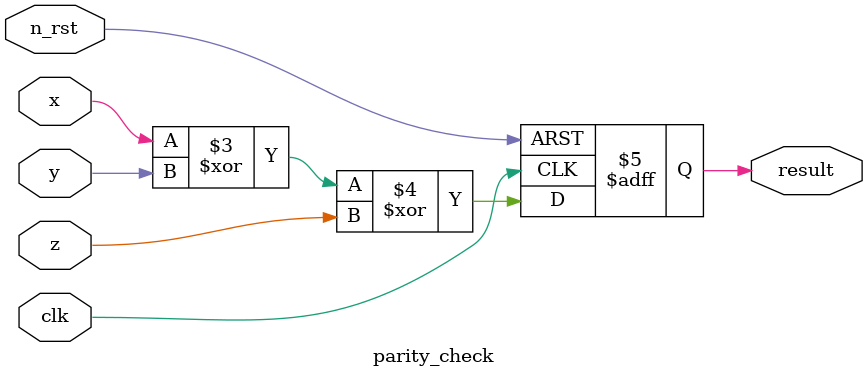
<source format=v>
module parity_check(
    clk,
    n_rst,
    x,
    y,
    z,
    result
);

input clk;
input n_rst;
input x;
input y;
input z;

output reg result;

always@(posedge clk or negedge n_rst) begin
    if(!n_rst) 
        result <= 1'b0;
    else
        result <= x^y^z;
end


endmodule
</source>
